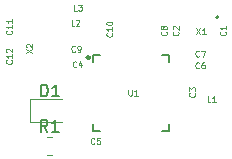
<source format=gbr>
%TF.GenerationSoftware,KiCad,Pcbnew,7.0.7*%
%TF.CreationDate,2023-11-20T17:20:15+01:00*%
%TF.ProjectId,nRF52832_qfaa_dcdc,6e524635-3238-4333-925f-716661615f64,rev?*%
%TF.SameCoordinates,Original*%
%TF.FileFunction,Legend,Top*%
%TF.FilePolarity,Positive*%
%FSLAX46Y46*%
G04 Gerber Fmt 4.6, Leading zero omitted, Abs format (unit mm)*
G04 Created by KiCad (PCBNEW 7.0.7) date 2023-11-20 17:20:15*
%MOMM*%
%LPD*%
G01*
G04 APERTURE LIST*
%ADD10C,0.150000*%
%ADD11C,0.087033*%
%ADD12C,0.093472*%
%ADD13C,0.120000*%
%ADD14C,0.127000*%
%ADD15C,0.254000*%
%ADD16C,0.200000*%
G04 APERTURE END LIST*
D10*
X142430833Y-109294819D02*
X142097500Y-108818628D01*
X141859405Y-109294819D02*
X141859405Y-108294819D01*
X141859405Y-108294819D02*
X142240357Y-108294819D01*
X142240357Y-108294819D02*
X142335595Y-108342438D01*
X142335595Y-108342438D02*
X142383214Y-108390057D01*
X142383214Y-108390057D02*
X142430833Y-108485295D01*
X142430833Y-108485295D02*
X142430833Y-108628152D01*
X142430833Y-108628152D02*
X142383214Y-108723390D01*
X142383214Y-108723390D02*
X142335595Y-108771009D01*
X142335595Y-108771009D02*
X142240357Y-108818628D01*
X142240357Y-108818628D02*
X141859405Y-108818628D01*
X143383214Y-109294819D02*
X142811786Y-109294819D01*
X143097500Y-109294819D02*
X143097500Y-108294819D01*
X143097500Y-108294819D02*
X143002262Y-108437676D01*
X143002262Y-108437676D02*
X142907024Y-108532914D01*
X142907024Y-108532914D02*
X142811786Y-108580533D01*
X141899405Y-106299819D02*
X141899405Y-105299819D01*
X141899405Y-105299819D02*
X142137500Y-105299819D01*
X142137500Y-105299819D02*
X142280357Y-105347438D01*
X142280357Y-105347438D02*
X142375595Y-105442676D01*
X142375595Y-105442676D02*
X142423214Y-105537914D01*
X142423214Y-105537914D02*
X142470833Y-105728390D01*
X142470833Y-105728390D02*
X142470833Y-105871247D01*
X142470833Y-105871247D02*
X142423214Y-106061723D01*
X142423214Y-106061723D02*
X142375595Y-106156961D01*
X142375595Y-106156961D02*
X142280357Y-106252200D01*
X142280357Y-106252200D02*
X142137500Y-106299819D01*
X142137500Y-106299819D02*
X141899405Y-106299819D01*
X143423214Y-106299819D02*
X142851786Y-106299819D01*
X143137500Y-106299819D02*
X143137500Y-105299819D01*
X143137500Y-105299819D02*
X143042262Y-105442676D01*
X143042262Y-105442676D02*
X142947024Y-105537914D01*
X142947024Y-105537914D02*
X142851786Y-105585533D01*
D11*
X149280493Y-105723330D02*
X149280493Y-106138589D01*
X149280493Y-106138589D02*
X149304920Y-106187443D01*
X149304920Y-106187443D02*
X149329347Y-106211870D01*
X149329347Y-106211870D02*
X149378201Y-106236297D01*
X149378201Y-106236297D02*
X149475909Y-106236297D01*
X149475909Y-106236297D02*
X149524763Y-106211870D01*
X149524763Y-106211870D02*
X149549190Y-106187443D01*
X149549190Y-106187443D02*
X149573617Y-106138589D01*
X149573617Y-106138589D02*
X149573617Y-105723330D01*
X150086584Y-106236297D02*
X149793460Y-106236297D01*
X149940022Y-106236297D02*
X149940022Y-105723330D01*
X149940022Y-105723330D02*
X149891168Y-105796611D01*
X149891168Y-105796611D02*
X149842314Y-105845465D01*
X149842314Y-105845465D02*
X149793460Y-105869892D01*
D12*
X155034955Y-100530222D02*
X155372640Y-101036750D01*
X155372640Y-100530222D02*
X155034955Y-101036750D01*
X155830928Y-101036750D02*
X155541483Y-101036750D01*
X155686205Y-101036750D02*
X155686205Y-100530222D01*
X155686205Y-100530222D02*
X155637965Y-100602583D01*
X155637965Y-100602583D02*
X155589724Y-100650824D01*
X155589724Y-100650824D02*
X155541483Y-100674944D01*
X156224399Y-106786750D02*
X155983195Y-106786750D01*
X155983195Y-106786750D02*
X155983195Y-106280222D01*
X156658566Y-106786750D02*
X156369121Y-106786750D01*
X156513843Y-106786750D02*
X156513843Y-106280222D01*
X156513843Y-106280222D02*
X156465603Y-106352583D01*
X156465603Y-106352583D02*
X156417362Y-106400824D01*
X156417362Y-106400824D02*
X156369121Y-106424944D01*
X153486009Y-100832059D02*
X153510130Y-100856179D01*
X153510130Y-100856179D02*
X153534250Y-100928541D01*
X153534250Y-100928541D02*
X153534250Y-100976781D01*
X153534250Y-100976781D02*
X153510130Y-101049142D01*
X153510130Y-101049142D02*
X153461889Y-101097383D01*
X153461889Y-101097383D02*
X153413648Y-101121504D01*
X153413648Y-101121504D02*
X153317166Y-101145624D01*
X153317166Y-101145624D02*
X153244805Y-101145624D01*
X153244805Y-101145624D02*
X153148324Y-101121504D01*
X153148324Y-101121504D02*
X153100083Y-101097383D01*
X153100083Y-101097383D02*
X153051842Y-101049142D01*
X153051842Y-101049142D02*
X153027722Y-100976781D01*
X153027722Y-100976781D02*
X153027722Y-100928541D01*
X153027722Y-100928541D02*
X153051842Y-100856179D01*
X153051842Y-100856179D02*
X153075963Y-100832059D01*
X153075963Y-100639096D02*
X153051842Y-100614976D01*
X153051842Y-100614976D02*
X153027722Y-100566735D01*
X153027722Y-100566735D02*
X153027722Y-100446133D01*
X153027722Y-100446133D02*
X153051842Y-100397892D01*
X153051842Y-100397892D02*
X153075963Y-100373772D01*
X153075963Y-100373772D02*
X153124203Y-100349651D01*
X153124203Y-100349651D02*
X153172444Y-100349651D01*
X153172444Y-100349651D02*
X153244805Y-100373772D01*
X153244805Y-100373772D02*
X153534250Y-100663216D01*
X153534250Y-100663216D02*
X153534250Y-100349651D01*
X157486009Y-100832059D02*
X157510130Y-100856179D01*
X157510130Y-100856179D02*
X157534250Y-100928541D01*
X157534250Y-100928541D02*
X157534250Y-100976781D01*
X157534250Y-100976781D02*
X157510130Y-101049142D01*
X157510130Y-101049142D02*
X157461889Y-101097383D01*
X157461889Y-101097383D02*
X157413648Y-101121504D01*
X157413648Y-101121504D02*
X157317166Y-101145624D01*
X157317166Y-101145624D02*
X157244805Y-101145624D01*
X157244805Y-101145624D02*
X157148324Y-101121504D01*
X157148324Y-101121504D02*
X157100083Y-101097383D01*
X157100083Y-101097383D02*
X157051842Y-101049142D01*
X157051842Y-101049142D02*
X157027722Y-100976781D01*
X157027722Y-100976781D02*
X157027722Y-100928541D01*
X157027722Y-100928541D02*
X157051842Y-100856179D01*
X157051842Y-100856179D02*
X157075963Y-100832059D01*
X157534250Y-100349651D02*
X157534250Y-100639096D01*
X157534250Y-100494374D02*
X157027722Y-100494374D01*
X157027722Y-100494374D02*
X157100083Y-100542614D01*
X157100083Y-100542614D02*
X157148324Y-100590855D01*
X157148324Y-100590855D02*
X157172444Y-100639096D01*
X154886009Y-106032059D02*
X154910130Y-106056179D01*
X154910130Y-106056179D02*
X154934250Y-106128541D01*
X154934250Y-106128541D02*
X154934250Y-106176781D01*
X154934250Y-106176781D02*
X154910130Y-106249142D01*
X154910130Y-106249142D02*
X154861889Y-106297383D01*
X154861889Y-106297383D02*
X154813648Y-106321504D01*
X154813648Y-106321504D02*
X154717166Y-106345624D01*
X154717166Y-106345624D02*
X154644805Y-106345624D01*
X154644805Y-106345624D02*
X154548324Y-106321504D01*
X154548324Y-106321504D02*
X154500083Y-106297383D01*
X154500083Y-106297383D02*
X154451842Y-106249142D01*
X154451842Y-106249142D02*
X154427722Y-106176781D01*
X154427722Y-106176781D02*
X154427722Y-106128541D01*
X154427722Y-106128541D02*
X154451842Y-106056179D01*
X154451842Y-106056179D02*
X154475963Y-106032059D01*
X154427722Y-105863216D02*
X154427722Y-105549651D01*
X154427722Y-105549651D02*
X154620685Y-105718494D01*
X154620685Y-105718494D02*
X154620685Y-105646133D01*
X154620685Y-105646133D02*
X154644805Y-105597892D01*
X154644805Y-105597892D02*
X154668926Y-105573772D01*
X154668926Y-105573772D02*
X154717166Y-105549651D01*
X154717166Y-105549651D02*
X154837768Y-105549651D01*
X154837768Y-105549651D02*
X154886009Y-105573772D01*
X154886009Y-105573772D02*
X154910130Y-105597892D01*
X154910130Y-105597892D02*
X154934250Y-105646133D01*
X154934250Y-105646133D02*
X154934250Y-105790855D01*
X154934250Y-105790855D02*
X154910130Y-105839096D01*
X154910130Y-105839096D02*
X154886009Y-105863216D01*
X144872640Y-103788509D02*
X144848520Y-103812630D01*
X144848520Y-103812630D02*
X144776158Y-103836750D01*
X144776158Y-103836750D02*
X144727918Y-103836750D01*
X144727918Y-103836750D02*
X144655557Y-103812630D01*
X144655557Y-103812630D02*
X144607316Y-103764389D01*
X144607316Y-103764389D02*
X144583195Y-103716148D01*
X144583195Y-103716148D02*
X144559075Y-103619666D01*
X144559075Y-103619666D02*
X144559075Y-103547305D01*
X144559075Y-103547305D02*
X144583195Y-103450824D01*
X144583195Y-103450824D02*
X144607316Y-103402583D01*
X144607316Y-103402583D02*
X144655557Y-103354342D01*
X144655557Y-103354342D02*
X144727918Y-103330222D01*
X144727918Y-103330222D02*
X144776158Y-103330222D01*
X144776158Y-103330222D02*
X144848520Y-103354342D01*
X144848520Y-103354342D02*
X144872640Y-103378463D01*
X145306807Y-103499065D02*
X145306807Y-103836750D01*
X145186205Y-103306102D02*
X145065603Y-103667907D01*
X145065603Y-103667907D02*
X145379168Y-103667907D01*
X146410719Y-110281143D02*
X146386599Y-110305264D01*
X146386599Y-110305264D02*
X146314237Y-110329384D01*
X146314237Y-110329384D02*
X146265997Y-110329384D01*
X146265997Y-110329384D02*
X146193636Y-110305264D01*
X146193636Y-110305264D02*
X146145395Y-110257023D01*
X146145395Y-110257023D02*
X146121274Y-110208782D01*
X146121274Y-110208782D02*
X146097154Y-110112300D01*
X146097154Y-110112300D02*
X146097154Y-110039939D01*
X146097154Y-110039939D02*
X146121274Y-109943458D01*
X146121274Y-109943458D02*
X146145395Y-109895217D01*
X146145395Y-109895217D02*
X146193636Y-109846976D01*
X146193636Y-109846976D02*
X146265997Y-109822856D01*
X146265997Y-109822856D02*
X146314237Y-109822856D01*
X146314237Y-109822856D02*
X146386599Y-109846976D01*
X146386599Y-109846976D02*
X146410719Y-109871097D01*
X146869006Y-109822856D02*
X146627802Y-109822856D01*
X146627802Y-109822856D02*
X146603682Y-110064060D01*
X146603682Y-110064060D02*
X146627802Y-110039939D01*
X146627802Y-110039939D02*
X146676043Y-110015819D01*
X146676043Y-110015819D02*
X146796645Y-110015819D01*
X146796645Y-110015819D02*
X146844886Y-110039939D01*
X146844886Y-110039939D02*
X146869006Y-110064060D01*
X146869006Y-110064060D02*
X146893127Y-110112300D01*
X146893127Y-110112300D02*
X146893127Y-110232902D01*
X146893127Y-110232902D02*
X146869006Y-110281143D01*
X146869006Y-110281143D02*
X146844886Y-110305264D01*
X146844886Y-110305264D02*
X146796645Y-110329384D01*
X146796645Y-110329384D02*
X146676043Y-110329384D01*
X146676043Y-110329384D02*
X146627802Y-110305264D01*
X146627802Y-110305264D02*
X146603682Y-110281143D01*
X152486009Y-100832059D02*
X152510130Y-100856179D01*
X152510130Y-100856179D02*
X152534250Y-100928541D01*
X152534250Y-100928541D02*
X152534250Y-100976781D01*
X152534250Y-100976781D02*
X152510130Y-101049142D01*
X152510130Y-101049142D02*
X152461889Y-101097383D01*
X152461889Y-101097383D02*
X152413648Y-101121504D01*
X152413648Y-101121504D02*
X152317166Y-101145624D01*
X152317166Y-101145624D02*
X152244805Y-101145624D01*
X152244805Y-101145624D02*
X152148324Y-101121504D01*
X152148324Y-101121504D02*
X152100083Y-101097383D01*
X152100083Y-101097383D02*
X152051842Y-101049142D01*
X152051842Y-101049142D02*
X152027722Y-100976781D01*
X152027722Y-100976781D02*
X152027722Y-100928541D01*
X152027722Y-100928541D02*
X152051842Y-100856179D01*
X152051842Y-100856179D02*
X152075963Y-100832059D01*
X152244805Y-100542614D02*
X152220685Y-100590855D01*
X152220685Y-100590855D02*
X152196565Y-100614976D01*
X152196565Y-100614976D02*
X152148324Y-100639096D01*
X152148324Y-100639096D02*
X152124203Y-100639096D01*
X152124203Y-100639096D02*
X152075963Y-100614976D01*
X152075963Y-100614976D02*
X152051842Y-100590855D01*
X152051842Y-100590855D02*
X152027722Y-100542614D01*
X152027722Y-100542614D02*
X152027722Y-100446133D01*
X152027722Y-100446133D02*
X152051842Y-100397892D01*
X152051842Y-100397892D02*
X152075963Y-100373772D01*
X152075963Y-100373772D02*
X152124203Y-100349651D01*
X152124203Y-100349651D02*
X152148324Y-100349651D01*
X152148324Y-100349651D02*
X152196565Y-100373772D01*
X152196565Y-100373772D02*
X152220685Y-100397892D01*
X152220685Y-100397892D02*
X152244805Y-100446133D01*
X152244805Y-100446133D02*
X152244805Y-100542614D01*
X152244805Y-100542614D02*
X152268926Y-100590855D01*
X152268926Y-100590855D02*
X152293046Y-100614976D01*
X152293046Y-100614976D02*
X152341287Y-100639096D01*
X152341287Y-100639096D02*
X152437768Y-100639096D01*
X152437768Y-100639096D02*
X152486009Y-100614976D01*
X152486009Y-100614976D02*
X152510130Y-100590855D01*
X152510130Y-100590855D02*
X152534250Y-100542614D01*
X152534250Y-100542614D02*
X152534250Y-100446133D01*
X152534250Y-100446133D02*
X152510130Y-100397892D01*
X152510130Y-100397892D02*
X152486009Y-100373772D01*
X152486009Y-100373772D02*
X152437768Y-100349651D01*
X152437768Y-100349651D02*
X152341287Y-100349651D01*
X152341287Y-100349651D02*
X152293046Y-100373772D01*
X152293046Y-100373772D02*
X152268926Y-100397892D01*
X152268926Y-100397892D02*
X152244805Y-100446133D01*
X155272640Y-103888509D02*
X155248520Y-103912630D01*
X155248520Y-103912630D02*
X155176158Y-103936750D01*
X155176158Y-103936750D02*
X155127918Y-103936750D01*
X155127918Y-103936750D02*
X155055557Y-103912630D01*
X155055557Y-103912630D02*
X155007316Y-103864389D01*
X155007316Y-103864389D02*
X154983195Y-103816148D01*
X154983195Y-103816148D02*
X154959075Y-103719666D01*
X154959075Y-103719666D02*
X154959075Y-103647305D01*
X154959075Y-103647305D02*
X154983195Y-103550824D01*
X154983195Y-103550824D02*
X155007316Y-103502583D01*
X155007316Y-103502583D02*
X155055557Y-103454342D01*
X155055557Y-103454342D02*
X155127918Y-103430222D01*
X155127918Y-103430222D02*
X155176158Y-103430222D01*
X155176158Y-103430222D02*
X155248520Y-103454342D01*
X155248520Y-103454342D02*
X155272640Y-103478463D01*
X155706807Y-103430222D02*
X155610325Y-103430222D01*
X155610325Y-103430222D02*
X155562085Y-103454342D01*
X155562085Y-103454342D02*
X155537964Y-103478463D01*
X155537964Y-103478463D02*
X155489723Y-103550824D01*
X155489723Y-103550824D02*
X155465603Y-103647305D01*
X155465603Y-103647305D02*
X155465603Y-103840268D01*
X155465603Y-103840268D02*
X155489723Y-103888509D01*
X155489723Y-103888509D02*
X155513844Y-103912630D01*
X155513844Y-103912630D02*
X155562085Y-103936750D01*
X155562085Y-103936750D02*
X155658566Y-103936750D01*
X155658566Y-103936750D02*
X155706807Y-103912630D01*
X155706807Y-103912630D02*
X155730927Y-103888509D01*
X155730927Y-103888509D02*
X155755048Y-103840268D01*
X155755048Y-103840268D02*
X155755048Y-103719666D01*
X155755048Y-103719666D02*
X155730927Y-103671426D01*
X155730927Y-103671426D02*
X155706807Y-103647305D01*
X155706807Y-103647305D02*
X155658566Y-103623185D01*
X155658566Y-103623185D02*
X155562085Y-103623185D01*
X155562085Y-103623185D02*
X155513844Y-103647305D01*
X155513844Y-103647305D02*
X155489723Y-103671426D01*
X155489723Y-103671426D02*
X155465603Y-103719666D01*
X155272640Y-102888509D02*
X155248520Y-102912630D01*
X155248520Y-102912630D02*
X155176158Y-102936750D01*
X155176158Y-102936750D02*
X155127918Y-102936750D01*
X155127918Y-102936750D02*
X155055557Y-102912630D01*
X155055557Y-102912630D02*
X155007316Y-102864389D01*
X155007316Y-102864389D02*
X154983195Y-102816148D01*
X154983195Y-102816148D02*
X154959075Y-102719666D01*
X154959075Y-102719666D02*
X154959075Y-102647305D01*
X154959075Y-102647305D02*
X154983195Y-102550824D01*
X154983195Y-102550824D02*
X155007316Y-102502583D01*
X155007316Y-102502583D02*
X155055557Y-102454342D01*
X155055557Y-102454342D02*
X155127918Y-102430222D01*
X155127918Y-102430222D02*
X155176158Y-102430222D01*
X155176158Y-102430222D02*
X155248520Y-102454342D01*
X155248520Y-102454342D02*
X155272640Y-102478463D01*
X155441483Y-102430222D02*
X155779168Y-102430222D01*
X155779168Y-102430222D02*
X155562085Y-102936750D01*
X144760716Y-102481146D02*
X144736596Y-102505267D01*
X144736596Y-102505267D02*
X144664234Y-102529387D01*
X144664234Y-102529387D02*
X144615994Y-102529387D01*
X144615994Y-102529387D02*
X144543633Y-102505267D01*
X144543633Y-102505267D02*
X144495392Y-102457026D01*
X144495392Y-102457026D02*
X144471271Y-102408785D01*
X144471271Y-102408785D02*
X144447151Y-102312303D01*
X144447151Y-102312303D02*
X144447151Y-102239942D01*
X144447151Y-102239942D02*
X144471271Y-102143461D01*
X144471271Y-102143461D02*
X144495392Y-102095220D01*
X144495392Y-102095220D02*
X144543633Y-102046979D01*
X144543633Y-102046979D02*
X144615994Y-102022859D01*
X144615994Y-102022859D02*
X144664234Y-102022859D01*
X144664234Y-102022859D02*
X144736596Y-102046979D01*
X144736596Y-102046979D02*
X144760716Y-102071100D01*
X145001920Y-102529387D02*
X145098401Y-102529387D01*
X145098401Y-102529387D02*
X145146642Y-102505267D01*
X145146642Y-102505267D02*
X145170762Y-102481146D01*
X145170762Y-102481146D02*
X145219003Y-102408785D01*
X145219003Y-102408785D02*
X145243124Y-102312303D01*
X145243124Y-102312303D02*
X145243124Y-102119340D01*
X145243124Y-102119340D02*
X145219003Y-102071100D01*
X145219003Y-102071100D02*
X145194883Y-102046979D01*
X145194883Y-102046979D02*
X145146642Y-102022859D01*
X145146642Y-102022859D02*
X145050161Y-102022859D01*
X145050161Y-102022859D02*
X145001920Y-102046979D01*
X145001920Y-102046979D02*
X144977799Y-102071100D01*
X144977799Y-102071100D02*
X144953679Y-102119340D01*
X144953679Y-102119340D02*
X144953679Y-102239942D01*
X144953679Y-102239942D02*
X144977799Y-102288183D01*
X144977799Y-102288183D02*
X145001920Y-102312303D01*
X145001920Y-102312303D02*
X145050161Y-102336424D01*
X145050161Y-102336424D02*
X145146642Y-102336424D01*
X145146642Y-102336424D02*
X145194883Y-102312303D01*
X145194883Y-102312303D02*
X145219003Y-102288183D01*
X145219003Y-102288183D02*
X145243124Y-102239942D01*
X147886009Y-100932059D02*
X147910130Y-100956179D01*
X147910130Y-100956179D02*
X147934250Y-101028541D01*
X147934250Y-101028541D02*
X147934250Y-101076781D01*
X147934250Y-101076781D02*
X147910130Y-101149142D01*
X147910130Y-101149142D02*
X147861889Y-101197383D01*
X147861889Y-101197383D02*
X147813648Y-101221504D01*
X147813648Y-101221504D02*
X147717166Y-101245624D01*
X147717166Y-101245624D02*
X147644805Y-101245624D01*
X147644805Y-101245624D02*
X147548324Y-101221504D01*
X147548324Y-101221504D02*
X147500083Y-101197383D01*
X147500083Y-101197383D02*
X147451842Y-101149142D01*
X147451842Y-101149142D02*
X147427722Y-101076781D01*
X147427722Y-101076781D02*
X147427722Y-101028541D01*
X147427722Y-101028541D02*
X147451842Y-100956179D01*
X147451842Y-100956179D02*
X147475963Y-100932059D01*
X147934250Y-100449651D02*
X147934250Y-100739096D01*
X147934250Y-100594374D02*
X147427722Y-100594374D01*
X147427722Y-100594374D02*
X147500083Y-100642614D01*
X147500083Y-100642614D02*
X147548324Y-100690855D01*
X147548324Y-100690855D02*
X147572444Y-100739096D01*
X147427722Y-100136086D02*
X147427722Y-100087845D01*
X147427722Y-100087845D02*
X147451842Y-100039605D01*
X147451842Y-100039605D02*
X147475963Y-100015484D01*
X147475963Y-100015484D02*
X147524203Y-99991364D01*
X147524203Y-99991364D02*
X147620685Y-99967243D01*
X147620685Y-99967243D02*
X147741287Y-99967243D01*
X147741287Y-99967243D02*
X147837768Y-99991364D01*
X147837768Y-99991364D02*
X147886009Y-100015484D01*
X147886009Y-100015484D02*
X147910130Y-100039605D01*
X147910130Y-100039605D02*
X147934250Y-100087845D01*
X147934250Y-100087845D02*
X147934250Y-100136086D01*
X147934250Y-100136086D02*
X147910130Y-100184327D01*
X147910130Y-100184327D02*
X147886009Y-100208447D01*
X147886009Y-100208447D02*
X147837768Y-100232568D01*
X147837768Y-100232568D02*
X147741287Y-100256688D01*
X147741287Y-100256688D02*
X147620685Y-100256688D01*
X147620685Y-100256688D02*
X147524203Y-100232568D01*
X147524203Y-100232568D02*
X147475963Y-100208447D01*
X147475963Y-100208447D02*
X147451842Y-100184327D01*
X147451842Y-100184327D02*
X147427722Y-100136086D01*
X140627722Y-102669744D02*
X141134250Y-102332059D01*
X140627722Y-102332059D02*
X141134250Y-102669744D01*
X140675963Y-102163216D02*
X140651842Y-102139096D01*
X140651842Y-102139096D02*
X140627722Y-102090855D01*
X140627722Y-102090855D02*
X140627722Y-101970253D01*
X140627722Y-101970253D02*
X140651842Y-101922012D01*
X140651842Y-101922012D02*
X140675963Y-101897892D01*
X140675963Y-101897892D02*
X140724203Y-101873771D01*
X140724203Y-101873771D02*
X140772444Y-101873771D01*
X140772444Y-101873771D02*
X140844805Y-101897892D01*
X140844805Y-101897892D02*
X141134250Y-102187336D01*
X141134250Y-102187336D02*
X141134250Y-101873771D01*
X139386009Y-100732059D02*
X139410130Y-100756179D01*
X139410130Y-100756179D02*
X139434250Y-100828541D01*
X139434250Y-100828541D02*
X139434250Y-100876781D01*
X139434250Y-100876781D02*
X139410130Y-100949142D01*
X139410130Y-100949142D02*
X139361889Y-100997383D01*
X139361889Y-100997383D02*
X139313648Y-101021504D01*
X139313648Y-101021504D02*
X139217166Y-101045624D01*
X139217166Y-101045624D02*
X139144805Y-101045624D01*
X139144805Y-101045624D02*
X139048324Y-101021504D01*
X139048324Y-101021504D02*
X139000083Y-100997383D01*
X139000083Y-100997383D02*
X138951842Y-100949142D01*
X138951842Y-100949142D02*
X138927722Y-100876781D01*
X138927722Y-100876781D02*
X138927722Y-100828541D01*
X138927722Y-100828541D02*
X138951842Y-100756179D01*
X138951842Y-100756179D02*
X138975963Y-100732059D01*
X139434250Y-100249651D02*
X139434250Y-100539096D01*
X139434250Y-100394374D02*
X138927722Y-100394374D01*
X138927722Y-100394374D02*
X139000083Y-100442614D01*
X139000083Y-100442614D02*
X139048324Y-100490855D01*
X139048324Y-100490855D02*
X139072444Y-100539096D01*
X139434250Y-99767243D02*
X139434250Y-100056688D01*
X139434250Y-99911966D02*
X138927722Y-99911966D01*
X138927722Y-99911966D02*
X139000083Y-99960206D01*
X139000083Y-99960206D02*
X139048324Y-100008447D01*
X139048324Y-100008447D02*
X139072444Y-100056688D01*
X139386009Y-103232059D02*
X139410130Y-103256179D01*
X139410130Y-103256179D02*
X139434250Y-103328541D01*
X139434250Y-103328541D02*
X139434250Y-103376781D01*
X139434250Y-103376781D02*
X139410130Y-103449142D01*
X139410130Y-103449142D02*
X139361889Y-103497383D01*
X139361889Y-103497383D02*
X139313648Y-103521504D01*
X139313648Y-103521504D02*
X139217166Y-103545624D01*
X139217166Y-103545624D02*
X139144805Y-103545624D01*
X139144805Y-103545624D02*
X139048324Y-103521504D01*
X139048324Y-103521504D02*
X139000083Y-103497383D01*
X139000083Y-103497383D02*
X138951842Y-103449142D01*
X138951842Y-103449142D02*
X138927722Y-103376781D01*
X138927722Y-103376781D02*
X138927722Y-103328541D01*
X138927722Y-103328541D02*
X138951842Y-103256179D01*
X138951842Y-103256179D02*
X138975963Y-103232059D01*
X139434250Y-102749651D02*
X139434250Y-103039096D01*
X139434250Y-102894374D02*
X138927722Y-102894374D01*
X138927722Y-102894374D02*
X139000083Y-102942614D01*
X139000083Y-102942614D02*
X139048324Y-102990855D01*
X139048324Y-102990855D02*
X139072444Y-103039096D01*
X138975963Y-102556688D02*
X138951842Y-102532568D01*
X138951842Y-102532568D02*
X138927722Y-102484327D01*
X138927722Y-102484327D02*
X138927722Y-102363725D01*
X138927722Y-102363725D02*
X138951842Y-102315484D01*
X138951842Y-102315484D02*
X138975963Y-102291364D01*
X138975963Y-102291364D02*
X139024203Y-102267243D01*
X139024203Y-102267243D02*
X139072444Y-102267243D01*
X139072444Y-102267243D02*
X139144805Y-102291364D01*
X139144805Y-102291364D02*
X139434250Y-102580808D01*
X139434250Y-102580808D02*
X139434250Y-102267243D01*
X144924399Y-99036750D02*
X144683195Y-99036750D01*
X144683195Y-99036750D02*
X144683195Y-98530222D01*
X145045001Y-98530222D02*
X145358566Y-98530222D01*
X145358566Y-98530222D02*
X145189723Y-98723185D01*
X145189723Y-98723185D02*
X145262084Y-98723185D01*
X145262084Y-98723185D02*
X145310325Y-98747305D01*
X145310325Y-98747305D02*
X145334445Y-98771426D01*
X145334445Y-98771426D02*
X145358566Y-98819666D01*
X145358566Y-98819666D02*
X145358566Y-98940268D01*
X145358566Y-98940268D02*
X145334445Y-98988509D01*
X145334445Y-98988509D02*
X145310325Y-99012630D01*
X145310325Y-99012630D02*
X145262084Y-99036750D01*
X145262084Y-99036750D02*
X145117362Y-99036750D01*
X145117362Y-99036750D02*
X145069121Y-99012630D01*
X145069121Y-99012630D02*
X145045001Y-98988509D01*
X144708957Y-100329387D02*
X144467753Y-100329387D01*
X144467753Y-100329387D02*
X144467753Y-99822859D01*
X144853679Y-99871100D02*
X144877799Y-99846979D01*
X144877799Y-99846979D02*
X144926040Y-99822859D01*
X144926040Y-99822859D02*
X145046642Y-99822859D01*
X145046642Y-99822859D02*
X145094883Y-99846979D01*
X145094883Y-99846979D02*
X145119003Y-99871100D01*
X145119003Y-99871100D02*
X145143124Y-99919340D01*
X145143124Y-99919340D02*
X145143124Y-99967581D01*
X145143124Y-99967581D02*
X145119003Y-100039942D01*
X145119003Y-100039942D02*
X144829559Y-100329387D01*
X144829559Y-100329387D02*
X145143124Y-100329387D01*
D13*
%TO.C,R1*%
X142370436Y-109755000D02*
X142824564Y-109755000D01*
X142370436Y-111225000D02*
X142824564Y-111225000D01*
%TO.C,D1*%
X143637500Y-106535000D02*
X140952500Y-106535000D01*
X140952500Y-106535000D02*
X140952500Y-108455000D01*
X140952500Y-108455000D02*
X143637500Y-108455000D01*
D14*
%TO.C,U1*%
X146301100Y-102803600D02*
X146301100Y-103403600D01*
X146901100Y-102803600D02*
X146301100Y-102803600D01*
X152701100Y-102803600D02*
X152101100Y-102803600D01*
X152701100Y-103403600D02*
X152701100Y-102803600D01*
X152701100Y-109203600D02*
X152701100Y-108603600D01*
X152101100Y-109203600D02*
X152701100Y-109203600D01*
X146301100Y-109203600D02*
X146901100Y-109203600D01*
X146301100Y-108603600D02*
X146301100Y-109203600D01*
D15*
X146028100Y-103003600D02*
G75*
G03*
X146028100Y-103003600I-127000J0D01*
G01*
D16*
%TO.C,X1*%
X156901100Y-99603600D02*
G75*
G03*
X156901100Y-99603600I-100000J0D01*
G01*
%TD*%
M02*

</source>
